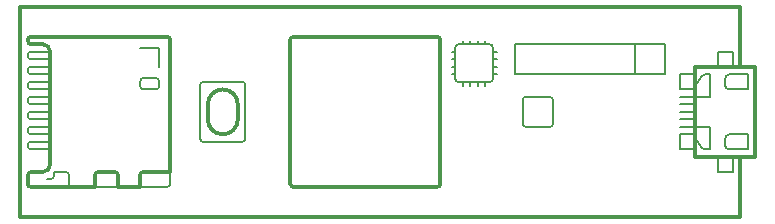
<source format=gbr>
%TF.GenerationSoftware,Altium Limited,Altium Designer,21.7.1 (17)*%
G04 Layer_Color=32768*
%FSLAX26Y26*%
%MOIN*%
%TF.SameCoordinates,27FB9546-20EE-4E74-96E1-B46C9306E405*%
%TF.FilePolarity,Positive*%
%TF.FileFunction,Other,Mechanical_7*%
%TF.Part,Single*%
G01*
G75*
%TA.AperFunction,NonConductor*%
%ADD52C,0.005000*%
%ADD67C,0.012000*%
D52*
X755000Y2545000D02*
G03*
X765000Y2555000I0J10000D01*
G01*
X290000Y2680000D02*
G03*
X300000Y2670000I10000J0D01*
G01*
Y2695000D02*
G03*
X290000Y2685000I0J-10000D01*
G01*
Y2730000D02*
G03*
X300000Y2720000I10000J0D01*
G01*
Y2745000D02*
G03*
X290000Y2735000I0J-10000D01*
G01*
Y2780000D02*
G03*
X300000Y2770000I10000J0D01*
G01*
Y2795000D02*
G03*
X290000Y2785000I0J-10000D01*
G01*
Y2830000D02*
G03*
X300000Y2820000I10000J0D01*
G01*
Y2845000D02*
G03*
X290000Y2835000I0J-10000D01*
G01*
Y2880000D02*
G03*
X300000Y2870000I10000J0D01*
G01*
Y2895000D02*
G03*
X290000Y2885000I0J-10000D01*
G01*
Y2930000D02*
G03*
X300000Y2920000I10000J0D01*
G01*
Y2945000D02*
G03*
X290000Y2935000I0J-10000D01*
G01*
Y2980000D02*
G03*
X300000Y2970000I10000J0D01*
G01*
Y2995000D02*
G03*
X290000Y2985000I0J-10000D01*
G01*
X875000Y2895000D02*
G03*
X865000Y2885000I0J-10000D01*
G01*
Y2705000D02*
G03*
X875000Y2695000I10000J0D01*
G01*
X1005000D02*
G03*
X1015000Y2705000I0J10000D01*
G01*
Y2885000D02*
G03*
X1005000Y2895000I-10000J0D01*
G01*
X2615000Y2682500D02*
G03*
X2627500Y2670000I12500J0D01*
G01*
Y2720000D02*
G03*
X2615000Y2707500I0J-12500D01*
G01*
X2627500Y2920000D02*
G03*
X2615000Y2907500I0J-12500D01*
G01*
Y2882500D02*
G03*
X2627500Y2870000I12500J0D01*
G01*
X1725000Y3020000D02*
G03*
X1715000Y3010000I0J-10000D01*
G01*
Y2905000D02*
G03*
X1725000Y2895000I10000J0D01*
G01*
X1830000D02*
G03*
X1840000Y2905000I0J10000D01*
G01*
Y3010000D02*
G03*
X1830000Y3020000I-10000J0D01*
G01*
X2040000Y2835000D02*
G03*
X2030000Y2845000I-10000J0D01*
G01*
X1950000D02*
G03*
X1940000Y2835000I0J-10000D01*
G01*
Y2755000D02*
G03*
X1950000Y2745000I10000J0D01*
G01*
X2030000D02*
G03*
X2040000Y2755000I0J10000D01*
G01*
X727500Y2897500D02*
G03*
X717500Y2907500I-10000J0D01*
G01*
X675000D02*
G03*
X665000Y2897500I0J-10000D01*
G01*
Y2880000D02*
G03*
X675000Y2870000I10000J0D01*
G01*
X717500D02*
G03*
X727500Y2880000I0J10000D01*
G01*
X427500Y2582500D02*
G03*
X415000Y2595000I-12500J0D01*
G01*
X365000Y2570000D02*
G03*
X377500Y2582500I0J12500D01*
G01*
X2536290Y2675570D02*
G03*
X2546690Y2670000I10404J6931D01*
G01*
Y2920000D02*
G03*
X2536290Y2914430I4J-12501D01*
G01*
X765000Y2555000D02*
Y2595000D01*
X665000Y2545000D02*
X755000D01*
X515000D02*
X590000D01*
X300000Y2670000D02*
X365000D01*
X290000Y2680000D02*
Y2685000D01*
X300000Y2695000D02*
X365000D01*
X300000Y2720000D02*
X365000D01*
X290000Y2730000D02*
Y2735000D01*
X300000Y2745000D02*
X365000D01*
X300000Y2770000D02*
X365000D01*
X290000Y2780000D02*
Y2785000D01*
X300000Y2795000D02*
X365000D01*
X300000Y2820000D02*
X365000D01*
X290000Y2830000D02*
Y2835000D01*
X300000Y2845000D02*
X365000D01*
X300000Y2870000D02*
X365000D01*
X290000Y2880000D02*
Y2885000D01*
X300000Y2895000D02*
X365000D01*
X300000Y2920000D02*
X365000D01*
X290000Y2930000D02*
Y2935000D01*
X300000Y2945000D02*
X365000D01*
X300000Y2970000D02*
X365000D01*
X290000Y2980000D02*
Y2985000D01*
X300000Y2995000D02*
X365000D01*
X875000Y2895000D02*
X1005000D01*
X865000Y2705000D02*
Y2885000D01*
X875000Y2695000D02*
X1005000D01*
X1015000Y2705000D02*
Y2885000D01*
X2315000Y2920000D02*
X2415000D01*
X1915000D02*
X2315000D01*
X1915000D02*
Y3020000D01*
X2315000D01*
X2415000D01*
Y2920000D02*
Y3020000D01*
X2315000Y2920000D02*
Y3020000D01*
X2465000Y2795000D02*
X2515000D01*
X2465000Y2770000D02*
X2515000D01*
X2465000Y2745000D02*
X2515000D01*
X2465000Y2820000D02*
X2515000D01*
X2465000Y2845000D02*
X2515000D01*
X2465000Y2720000D02*
X2515000D01*
X2465000Y2670000D02*
Y2720000D01*
Y2670000D02*
X2515000D01*
X2465000Y2870000D02*
X2515000D01*
X2465000D02*
Y2920000D01*
X2515000D01*
X2640000Y2595000D02*
Y2645000D01*
X2590000Y2595000D02*
X2640000D01*
X2590000D02*
Y2645000D01*
X2640000Y2945000D02*
Y2995000D01*
X2590000D02*
X2640000D01*
X2590000Y2945000D02*
Y2995000D01*
X2627500Y2670000D02*
X2690000D01*
X2615000Y2682500D02*
Y2707500D01*
X2627500Y2720000D02*
X2690000D01*
X2627500Y2920000D02*
X2690000D01*
X2615000Y2882500D02*
Y2907500D01*
X2627500Y2870000D02*
X2690000D01*
Y2670000D02*
Y2720000D01*
Y2870000D02*
Y2920000D01*
X1725000Y3020000D02*
X1740000D01*
X1715000Y2995000D02*
Y3010000D01*
Y2970000D02*
Y2995000D01*
Y2945000D02*
Y2970000D01*
Y2920000D02*
Y2945000D01*
Y2905000D02*
Y2920000D01*
X1725000Y2895000D02*
X1740000D01*
X1765000D01*
X1790000D01*
X1815000D01*
X1830000D01*
X1840000Y2905000D02*
Y2920000D01*
Y2945000D01*
Y2970000D01*
Y2995000D01*
Y3010000D01*
X1815000Y3020000D02*
X1830000D01*
X1790000D02*
X1815000D01*
X1765000D02*
X1790000D01*
X1740000D02*
X1765000D01*
X2040000Y2755000D02*
Y2835000D01*
X1950000Y2845000D02*
X2030000D01*
X1940000Y2755000D02*
Y2835000D01*
X1950000Y2745000D02*
X2030000D01*
X727500Y2880000D02*
Y2897500D01*
X675000Y2907500D02*
X717500D01*
X665000Y2880000D02*
Y2897500D01*
X675000Y2870000D02*
X717500D01*
X727500Y2945000D02*
Y3007500D01*
X665000D02*
X727500D01*
X1702500Y2945000D02*
X1715000D01*
X1702500Y2970000D02*
X1715000D01*
X1702500Y2995000D02*
X1715000D01*
X1702500Y2920000D02*
X1715000D01*
X1740000Y2882500D02*
Y2895000D01*
X1765000Y2882500D02*
Y2895000D01*
X1790000Y2882500D02*
Y2895000D01*
X1815000Y2882500D02*
Y2895000D01*
X1840000Y2920000D02*
X1852500D01*
X1840000Y2945000D02*
X1852500D01*
X1840000Y2970000D02*
X1852500D01*
X1840000Y2995000D02*
X1852500D01*
X1740000Y3020000D02*
Y3032500D01*
X1765000Y3020000D02*
Y3032500D01*
X1790000Y3020000D02*
Y3032500D01*
X1815000Y3020000D02*
Y3032500D01*
X427500Y2545000D02*
Y2582500D01*
X377500Y2595000D02*
X415000D01*
X377500Y2582500D02*
Y2595000D01*
X352500Y2570000D02*
X365000D01*
X2515000Y2745000D02*
X2565000D01*
Y2670000D02*
Y2745000D01*
X2546690Y2670000D02*
X2565000D01*
X2515000Y2707500D02*
X2536290Y2675570D01*
X2515000Y2845000D02*
X2565000D01*
Y2920000D01*
X2546690D02*
X2565000D01*
X2515000Y2882500D02*
X2536290Y2914430D01*
D67*
X1665000Y3035000D02*
G03*
X1655000Y3045000I-10000J0D01*
G01*
Y2545000D02*
G03*
X1665000Y2555000I0J10000D01*
G01*
X1165000D02*
G03*
X1175000Y2545000I10000J0D01*
G01*
Y3045000D02*
G03*
X1165000Y3035000I0J-10000D01*
G01*
X290000Y2555000D02*
G03*
X300000Y2545000I10000J0D01*
G01*
X302500Y2595000D02*
G03*
X290000Y2582500I0J-12500D01*
G01*
X340000Y2595000D02*
G03*
X365000Y2620000I0J25000D01*
G01*
Y2995000D02*
G03*
X340000Y3020000I-25000J0D01*
G01*
X290000Y3032500D02*
G03*
X302500Y3020000I12500J0D01*
G01*
X300000Y3045000D02*
G03*
X290000Y3035000I0J-10000D01*
G01*
X765000D02*
G03*
X755000Y3045000I-10000J0D01*
G01*
X990000Y2820000D02*
G03*
X940000Y2870000I-50000J0D01*
G01*
Y2720000D02*
G03*
X990000Y2770000I0J50000D01*
G01*
X890000D02*
G03*
X940000Y2720000I50000J0D01*
G01*
Y2870000D02*
G03*
X890000Y2820000I0J-50000D01*
G01*
X675000Y2595000D02*
G03*
X665000Y2585000I0J-10000D01*
G01*
X590000D02*
G03*
X580000Y2595000I-10000J0D01*
G01*
X525000D02*
G03*
X515000Y2585000I0J-10000D01*
G01*
X265000Y2445000D02*
X2665000D01*
X265000Y3145000D02*
X2665000D01*
X1175000Y3045000D02*
X1655000D01*
X1665000Y2555000D02*
Y3035000D01*
X1175000Y2545000D02*
X1655000D01*
X1165000Y2555000D02*
Y3035000D01*
X265000Y2445000D02*
Y3145000D01*
X2515000Y2645000D02*
X2590000D01*
X2640000D01*
X2665000D01*
X2715000D01*
Y2945000D01*
X2665000D02*
X2715000D01*
X2640000D02*
X2665000D01*
X2590000D02*
X2640000D01*
X2515000D02*
X2590000D01*
X2515000Y2920000D02*
Y2945000D01*
Y2882500D02*
Y2920000D01*
Y2870000D02*
Y2882500D01*
Y2845000D02*
Y2870000D01*
Y2820000D02*
Y2845000D01*
Y2795000D02*
Y2820000D01*
Y2770000D02*
Y2795000D01*
Y2745000D02*
Y2770000D01*
Y2720000D02*
Y2745000D01*
Y2707500D02*
Y2720000D01*
Y2670000D02*
Y2707500D01*
Y2645000D02*
Y2670000D01*
X2665000Y2445000D02*
Y2645000D01*
Y2945000D02*
Y3145000D01*
X590000Y2545000D02*
X665000D01*
X427500D02*
X515000D01*
X300000D02*
X427500D01*
X290000Y2555000D02*
Y2582500D01*
X302500Y2595000D02*
X340000D01*
X365000Y2620000D02*
Y2670000D01*
Y2695000D01*
Y2720000D01*
Y2745000D01*
Y2770000D01*
Y2795000D01*
Y2820000D01*
Y2845000D01*
Y2870000D01*
Y2895000D01*
Y2920000D01*
Y2945000D01*
Y2970000D01*
Y2995000D01*
X302500Y3020000D02*
X340000D01*
X290000Y3032500D02*
Y3035000D01*
X300000Y3045000D02*
X755000D01*
X765000Y2595000D02*
Y3035000D01*
X990000Y2770000D02*
Y2820000D01*
X890000Y2770000D02*
Y2820000D01*
X675000Y2595000D02*
X765000D01*
X665000Y2545000D02*
Y2585000D01*
X590000Y2545000D02*
Y2585000D01*
X525000Y2595000D02*
X580000D01*
X515000Y2545000D02*
Y2585000D01*
%TF.MD5,0d3a6893aa875d4d273cf52cf62ec75f*%
M02*

</source>
